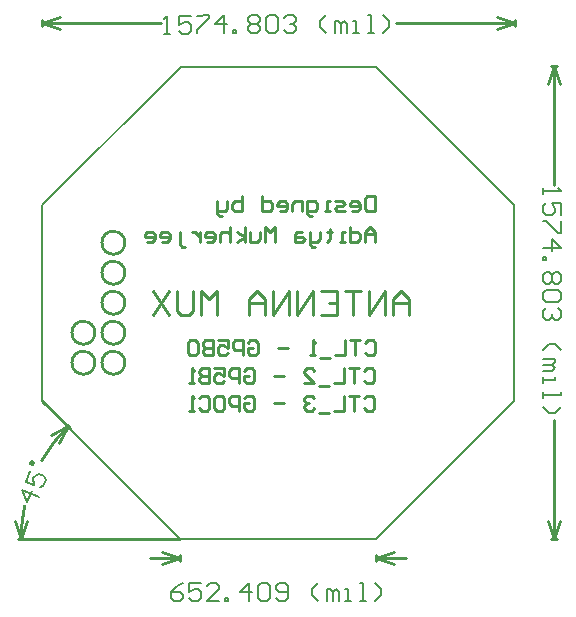
<source format=gbo>
G04 Layer_Color=32896*
%FSLAX44Y44*%
%MOMM*%
G71*
G01*
G75*
%ADD28C,0.2540*%
%ADD29C,0.1270*%
%ADD30C,0.1524*%
D28*
X1244750Y774600D02*
G03*
X1244750Y774600I-9750J0D01*
G01*
Y749200D02*
G03*
X1244750Y749200I-9750J0D01*
G01*
X1270150D02*
G03*
X1270150Y749200I-9750J0D01*
G01*
Y774600D02*
G03*
X1270150Y774600I-9750J0D01*
G01*
Y800000D02*
G03*
X1270150Y800000I-9750J0D01*
G01*
Y825400D02*
G03*
X1270150Y825400I-9750J0D01*
G01*
Y850800D02*
G03*
X1270150Y850800I-9750J0D01*
G01*
X1473753Y765964D02*
X1475869Y768080D01*
X1480101D01*
X1482217Y765964D01*
Y757500D01*
X1480101Y755384D01*
X1475869D01*
X1473753Y757500D01*
X1469521Y768080D02*
X1461057D01*
X1465289D01*
Y755384D01*
X1456825Y768080D02*
Y755384D01*
X1448361D01*
X1444129Y753268D02*
X1435665D01*
X1431434Y755384D02*
X1427202D01*
X1429317D01*
Y768080D01*
X1431434Y765964D01*
X1408158Y761732D02*
X1399694D01*
X1374302Y765964D02*
X1376418Y768080D01*
X1380650D01*
X1382766Y765964D01*
Y757500D01*
X1380650Y755384D01*
X1376418D01*
X1374302Y757500D01*
Y761732D01*
X1378534D01*
X1370070Y755384D02*
Y768080D01*
X1363722D01*
X1361606Y765964D01*
Y761732D01*
X1363722Y759616D01*
X1370070D01*
X1348910Y768080D02*
X1357374D01*
Y761732D01*
X1353142Y763848D01*
X1351026D01*
X1348910Y761732D01*
Y757500D01*
X1351026Y755384D01*
X1355258D01*
X1357374Y757500D01*
X1344678Y768080D02*
Y755384D01*
X1338330D01*
X1336214Y757500D01*
Y759616D01*
X1338330Y761732D01*
X1344678D01*
X1338330D01*
X1336214Y763848D01*
Y765964D01*
X1338330Y768080D01*
X1344678D01*
X1331982Y765964D02*
X1329866Y768080D01*
X1325634D01*
X1323518Y765964D01*
Y757500D01*
X1325634Y755384D01*
X1329866D01*
X1331982Y757500D01*
Y765964D01*
X1472695Y742517D02*
X1474811Y744633D01*
X1479043D01*
X1481159Y742517D01*
Y734053D01*
X1479043Y731937D01*
X1474811D01*
X1472695Y734053D01*
X1468463Y744633D02*
X1459999D01*
X1464231D01*
Y731937D01*
X1455767Y744633D02*
Y731937D01*
X1447303D01*
X1443071Y729821D02*
X1434607D01*
X1421911Y731937D02*
X1430375D01*
X1421911Y740401D01*
Y742517D01*
X1424028Y744633D01*
X1428259D01*
X1430375Y742517D01*
X1404984Y738285D02*
X1396520D01*
X1371128Y742517D02*
X1373244Y744633D01*
X1377476D01*
X1379592Y742517D01*
Y734053D01*
X1377476Y731937D01*
X1373244D01*
X1371128Y734053D01*
Y738285D01*
X1375360D01*
X1366896Y731937D02*
Y744633D01*
X1360548D01*
X1358432Y742517D01*
Y738285D01*
X1360548Y736169D01*
X1366896D01*
X1345736Y744633D02*
X1354200D01*
Y738285D01*
X1349968Y740401D01*
X1347852D01*
X1345736Y738285D01*
Y734053D01*
X1347852Y731937D01*
X1352084D01*
X1354200Y734053D01*
X1341504Y744633D02*
Y731937D01*
X1335156D01*
X1333040Y734053D01*
Y736169D01*
X1335156Y738285D01*
X1341504D01*
X1335156D01*
X1333040Y740401D01*
Y742517D01*
X1335156Y744633D01*
X1341504D01*
X1328808Y731937D02*
X1324576D01*
X1326692D01*
Y744633D01*
X1328808Y742517D01*
X1472695Y719070D02*
X1474811Y721186D01*
X1479043D01*
X1481159Y719070D01*
Y710606D01*
X1479043Y708490D01*
X1474811D01*
X1472695Y710606D01*
X1468463Y721186D02*
X1459999D01*
X1464231D01*
Y708490D01*
X1455767Y721186D02*
Y708490D01*
X1447303D01*
X1443071Y706374D02*
X1434607D01*
X1430375Y719070D02*
X1428259Y721186D01*
X1424028D01*
X1421911Y719070D01*
Y716954D01*
X1424028Y714838D01*
X1426143D01*
X1424028D01*
X1421911Y712722D01*
Y710606D01*
X1424028Y708490D01*
X1428259D01*
X1430375Y710606D01*
X1404984Y714838D02*
X1396520D01*
X1371128Y719070D02*
X1373244Y721186D01*
X1377476D01*
X1379592Y719070D01*
Y710606D01*
X1377476Y708490D01*
X1373244D01*
X1371128Y710606D01*
Y714838D01*
X1375360D01*
X1366896Y708490D02*
Y721186D01*
X1360548D01*
X1358432Y719070D01*
Y714838D01*
X1360548Y712722D01*
X1366896D01*
X1354200Y719070D02*
X1352084Y721186D01*
X1347852D01*
X1345736Y719070D01*
Y710606D01*
X1347852Y708490D01*
X1352084D01*
X1354200Y710606D01*
Y719070D01*
X1333040D02*
X1335156Y721186D01*
X1339388D01*
X1341504Y719070D01*
Y710606D01*
X1339388Y708490D01*
X1335156D01*
X1333040Y710606D01*
X1328808Y708490D02*
X1324576D01*
X1326692D01*
Y721186D01*
X1328808Y719070D01*
X1481709Y889962D02*
Y877266D01*
X1475361D01*
X1473245Y879382D01*
Y887846D01*
X1475361Y889962D01*
X1481709D01*
X1462665Y877266D02*
X1466897D01*
X1469013Y879382D01*
Y883614D01*
X1466897Y885730D01*
X1462665D01*
X1460549Y883614D01*
Y881498D01*
X1469013D01*
X1456317Y877266D02*
X1449969D01*
X1447853Y879382D01*
X1449969Y881498D01*
X1454201D01*
X1456317Y883614D01*
X1454201Y885730D01*
X1447853D01*
X1443621Y877266D02*
X1439389D01*
X1441505D01*
Y885730D01*
X1443621D01*
X1428810Y873034D02*
X1426694D01*
X1424577Y875150D01*
Y885730D01*
X1430925D01*
X1433041Y883614D01*
Y879382D01*
X1430925Y877266D01*
X1424577D01*
X1420345D02*
Y885730D01*
X1413998D01*
X1411882Y883614D01*
Y877266D01*
X1401302D02*
X1405534D01*
X1407650Y879382D01*
Y883614D01*
X1405534Y885730D01*
X1401302D01*
X1399186Y883614D01*
Y881498D01*
X1407650D01*
X1386490Y889962D02*
Y877266D01*
X1392838D01*
X1394954Y879382D01*
Y883614D01*
X1392838Y885730D01*
X1386490D01*
X1369562Y889962D02*
Y877266D01*
X1363214D01*
X1361098Y879382D01*
Y881498D01*
Y883614D01*
X1363214Y885730D01*
X1369562D01*
X1356866D02*
Y879382D01*
X1354750Y877266D01*
X1348402D01*
Y875150D01*
X1350518Y873034D01*
X1352634D01*
X1348402Y877266D02*
Y885730D01*
X1481709Y851703D02*
Y860167D01*
X1477477Y864399D01*
X1473245Y860167D01*
Y851703D01*
Y858051D01*
X1481709D01*
X1460549Y864399D02*
Y851703D01*
X1466897D01*
X1469013Y853819D01*
Y858051D01*
X1466897Y860167D01*
X1460549D01*
X1456317Y851703D02*
X1452085D01*
X1454201D01*
Y860167D01*
X1456317D01*
X1443621Y862283D02*
Y860167D01*
X1445737D01*
X1441505D01*
X1443621D01*
Y853819D01*
X1441505Y851703D01*
X1435157Y860167D02*
Y853819D01*
X1433041Y851703D01*
X1426694D01*
Y849587D01*
X1428810Y847471D01*
X1430925D01*
X1426694Y851703D02*
Y860167D01*
X1420345D02*
X1416114D01*
X1413998Y858051D01*
Y851703D01*
X1420345D01*
X1422462Y853819D01*
X1420345Y855935D01*
X1413998D01*
X1397070Y851703D02*
Y864399D01*
X1392838Y860167D01*
X1388606Y864399D01*
Y851703D01*
X1384374Y860167D02*
Y853819D01*
X1382258Y851703D01*
X1375910D01*
Y860167D01*
X1371678Y851703D02*
Y864399D01*
Y855935D02*
X1365330Y860167D01*
X1371678Y855935D02*
X1365330Y851703D01*
X1358982Y864399D02*
Y851703D01*
Y858051D01*
X1356866Y860167D01*
X1352634D01*
X1350518Y858051D01*
Y851703D01*
X1339938D02*
X1344170D01*
X1346286Y853819D01*
Y858051D01*
X1344170Y860167D01*
X1339938D01*
X1337822Y858051D01*
Y855935D01*
X1346286D01*
X1333590Y860167D02*
Y851703D01*
Y855935D01*
X1331474Y858051D01*
X1329358Y860167D01*
X1327242D01*
X1320894Y847471D02*
X1318779D01*
X1316662Y849587D01*
Y860167D01*
X1301851Y851703D02*
X1306083D01*
X1308199Y853819D01*
Y858051D01*
X1306083Y860167D01*
X1301851D01*
X1299735Y858051D01*
Y855935D01*
X1308199D01*
X1289155Y851703D02*
X1293387D01*
X1295503Y853819D01*
Y858051D01*
X1293387Y860167D01*
X1289155D01*
X1287039Y858051D01*
Y855935D01*
X1295503D01*
X1510411Y789940D02*
Y803482D01*
X1503640Y810253D01*
X1496869Y803482D01*
Y789940D01*
Y800097D01*
X1510411D01*
X1490098Y789940D02*
Y810253D01*
X1476555Y789940D01*
Y810253D01*
X1469784D02*
X1456242D01*
X1463013D01*
Y789940D01*
X1435928Y810253D02*
X1449471D01*
Y789940D01*
X1435928D01*
X1449471Y800097D02*
X1442700D01*
X1429157Y789940D02*
Y810253D01*
X1415615Y789940D01*
Y810253D01*
X1408844Y789940D02*
Y810253D01*
X1395302Y789940D01*
Y810253D01*
X1388530Y789940D02*
Y803482D01*
X1381759Y810253D01*
X1374988Y803482D01*
Y789940D01*
Y800097D01*
X1388530D01*
X1347904Y789940D02*
Y810253D01*
X1341133Y803482D01*
X1334361Y810253D01*
Y789940D01*
X1327590Y810253D02*
Y793326D01*
X1324205Y789940D01*
X1317433D01*
X1314048Y793326D01*
Y810253D01*
X1307277D02*
X1293734Y789940D01*
Y810253D02*
X1307277Y789940D01*
X1185307Y627934D02*
G03*
X1182381Y599940I131885J-27934D01*
G01*
X1221866Y695326D02*
G03*
X1199881Y666424I95326J-95326D01*
G01*
X1179841Y599939D02*
X1317192Y600000D01*
X1200000Y717192D02*
X1223662Y693530D01*
X1182381Y599940D02*
X1187454Y615182D01*
X1177294Y615177D02*
X1182381Y599940D01*
X1207498Y688142D02*
X1221866Y695326D01*
X1214682Y680957D02*
X1221866Y695326D01*
X1600267Y1039726D02*
X1600269Y1034646D01*
X1200267Y1039582D02*
X1200269Y1034502D01*
X1585030Y1032101D02*
X1600268Y1037186D01*
X1585026Y1042261D02*
X1600268Y1037186D01*
X1200268Y1037042D02*
X1215510Y1031968D01*
X1200268Y1037042D02*
X1215506Y1042128D01*
X1499551Y1037150D02*
X1600268Y1037186D01*
X1200268Y1037042D02*
X1300985Y1037079D01*
X1482829Y581152D02*
Y586232D01*
X1317117Y581152D02*
Y586232D01*
X1482829Y583692D02*
X1498069Y578612D01*
X1482829Y583692D02*
X1498069Y588772D01*
X1301877Y578612D02*
X1317117Y583692D01*
X1301877Y588772D02*
X1317117Y583692D01*
X1482829D02*
X1508229D01*
X1291717D02*
X1317117D01*
X1630940Y600125D02*
X1636020Y600125D01*
X1630934Y1000125D02*
X1636014Y1000125D01*
X1628400Y615365D02*
X1633480Y600125D01*
X1638560Y615365D01*
X1628394Y984885D02*
X1633474Y1000125D01*
X1638554Y984885D01*
X1633479Y700842D02*
X1633480Y600125D01*
X1633474Y1000125D02*
X1633475Y899408D01*
D29*
X1200000Y717192D02*
Y882754D01*
X1317246Y1000000D01*
X1482898D01*
X1600000Y882898D01*
Y717096D02*
Y882898D01*
X1482904Y600000D02*
X1600000Y717096D01*
X1317192Y600000D02*
X1482904D01*
X1200000Y717192D02*
X1317192Y600000D01*
D30*
X1197300Y635613D02*
X1183223Y641440D01*
X1187348Y631488D01*
X1191232Y640872D01*
X1190021Y657863D02*
X1186136Y648478D01*
X1193175Y645565D01*
X1192771Y651228D01*
X1193742Y653574D01*
X1197059Y654949D01*
X1201752Y653007D01*
X1203127Y649689D01*
X1201184Y644997D01*
X1197867Y643622D01*
X1191959Y662557D02*
X1189613Y663528D01*
X1190584Y665874D01*
X1192930Y664903D01*
X1191959Y662557D01*
X1303528Y1027938D02*
X1308606Y1027940D01*
X1306067Y1027939D01*
X1306062Y1043174D01*
X1303523Y1040634D01*
X1326375Y1043181D02*
X1316218Y1043178D01*
X1316221Y1035560D01*
X1321299Y1038101D01*
X1323838Y1038102D01*
X1326378Y1035564D01*
X1326380Y1030485D01*
X1323841Y1027945D01*
X1318763Y1027943D01*
X1316223Y1030482D01*
X1331454Y1043183D02*
X1341610Y1043187D01*
X1341611Y1040648D01*
X1331458Y1030487D01*
X1331459Y1027948D01*
X1354312Y1027956D02*
X1354306Y1043191D01*
X1346691Y1035571D01*
X1356848Y1035575D01*
X1361929Y1027959D02*
X1361928Y1030498D01*
X1364467Y1030499D01*
X1364468Y1027960D01*
X1361929Y1027959D01*
X1374620Y1040659D02*
X1377159Y1043200D01*
X1382237Y1043201D01*
X1384777Y1040663D01*
X1384778Y1038124D01*
X1382240Y1035584D01*
X1384780Y1033046D01*
X1384781Y1030506D01*
X1382242Y1027966D01*
X1377164Y1027964D01*
X1374624Y1030503D01*
X1374623Y1033042D01*
X1377161Y1035582D01*
X1374621Y1038120D01*
X1374620Y1040659D01*
X1377161Y1035582D02*
X1382240Y1035584D01*
X1389855Y1040665D02*
X1392394Y1043205D01*
X1397472Y1043207D01*
X1400012Y1040669D01*
X1400016Y1030512D01*
X1397478Y1027972D01*
X1392399Y1027970D01*
X1389859Y1030508D01*
X1389855Y1040665D01*
X1405091Y1040670D02*
X1407629Y1043211D01*
X1412707Y1043212D01*
X1415247Y1040674D01*
X1415248Y1038135D01*
X1412710Y1035595D01*
X1410171Y1035594D01*
X1412710Y1035595D01*
X1415250Y1033057D01*
X1415251Y1030517D01*
X1412713Y1027977D01*
X1407634Y1027975D01*
X1405094Y1030514D01*
X1440644Y1027987D02*
X1435563Y1033064D01*
X1435562Y1038142D01*
X1440638Y1043222D01*
X1448261Y1027990D02*
X1448257Y1038147D01*
X1450797Y1038148D01*
X1453337Y1035610D01*
X1453340Y1027992D01*
X1453337Y1035610D01*
X1455875Y1038150D01*
X1458415Y1035611D01*
X1458418Y1027994D01*
X1463496Y1027996D02*
X1468575Y1027997D01*
X1466035Y1027997D01*
X1466032Y1038153D01*
X1463493Y1038152D01*
X1476192Y1028000D02*
X1481270Y1028002D01*
X1478731Y1028001D01*
X1478726Y1043236D01*
X1476187Y1043235D01*
X1488888Y1028005D02*
X1493965Y1033085D01*
X1493963Y1038163D01*
X1488882Y1043240D01*
X1319734Y562361D02*
X1314656Y559822D01*
X1309578Y554743D01*
Y549665D01*
X1312117Y547126D01*
X1317195D01*
X1319734Y549665D01*
Y552204D01*
X1317195Y554743D01*
X1309578D01*
X1334970Y562361D02*
X1324813D01*
Y554743D01*
X1329891Y557283D01*
X1332430D01*
X1334970Y554743D01*
Y549665D01*
X1332430Y547126D01*
X1327352D01*
X1324813Y549665D01*
X1350205Y547126D02*
X1340048D01*
X1350205Y557283D01*
Y559822D01*
X1347666Y562361D01*
X1342587D01*
X1340048Y559822D01*
X1355283Y547126D02*
Y549665D01*
X1357822D01*
Y547126D01*
X1355283D01*
X1375596D02*
Y562361D01*
X1367979Y554743D01*
X1378136D01*
X1383214Y559822D02*
X1385753Y562361D01*
X1390831D01*
X1393371Y559822D01*
Y549665D01*
X1390831Y547126D01*
X1385753D01*
X1383214Y549665D01*
Y559822D01*
X1398449Y549665D02*
X1400988Y547126D01*
X1406067D01*
X1408606Y549665D01*
Y559822D01*
X1406067Y562361D01*
X1400988D01*
X1398449Y559822D01*
Y557283D01*
X1400988Y554743D01*
X1408606D01*
X1433997Y547126D02*
X1428919Y552204D01*
Y557283D01*
X1433997Y562361D01*
X1441615Y547126D02*
Y557283D01*
X1444154D01*
X1446693Y554743D01*
Y547126D01*
Y554743D01*
X1449233Y557283D01*
X1451772Y554743D01*
Y547126D01*
X1456850D02*
X1461929D01*
X1459389D01*
Y557283D01*
X1456850D01*
X1469546Y547126D02*
X1474624D01*
X1472085D01*
Y562361D01*
X1469546D01*
X1482242Y547126D02*
X1487320Y552204D01*
Y557283D01*
X1482242Y562361D01*
X1624334Y896868D02*
X1624334Y891790D01*
X1624334Y894329D01*
X1639569Y894329D01*
X1637030Y896868D01*
X1639569Y874016D02*
X1639569Y884172D01*
X1631952Y884172D01*
X1634491Y879094D01*
X1634491Y876555D01*
X1631952Y874016D01*
X1626873Y874016D01*
X1624334Y876555D01*
X1624334Y881633D01*
X1626873Y884172D01*
X1639570Y868937D02*
X1639570Y858781D01*
X1637030Y858781D01*
X1626874Y868937D01*
X1624334Y868937D01*
X1624335Y846085D02*
X1639570Y846085D01*
X1631952Y853702D01*
X1631952Y843545D01*
X1624335Y838467D02*
X1626874Y838467D01*
X1626874Y835928D01*
X1624335Y835928D01*
X1624335Y838467D01*
X1637031Y825771D02*
X1639570Y823232D01*
X1639570Y818154D01*
X1637031Y815614D01*
X1634492Y815614D01*
X1631953Y818154D01*
X1629414Y815614D01*
X1626874Y815614D01*
X1624335Y818154D01*
X1624335Y823232D01*
X1626874Y825771D01*
X1629413Y825771D01*
X1631953Y823232D01*
X1634492Y825771D01*
X1637031Y825771D01*
X1631953Y823232D02*
X1631953Y818154D01*
X1637031Y810536D02*
X1639570Y807997D01*
X1639570Y802919D01*
X1637031Y800379D01*
X1626875Y800379D01*
X1624335Y802918D01*
X1624335Y807997D01*
X1626875Y810536D01*
X1637031Y810536D01*
X1637031Y795301D02*
X1639571Y792762D01*
X1639571Y787684D01*
X1637032Y785144D01*
X1634492Y785144D01*
X1631953Y787683D01*
X1631953Y790223D01*
X1631953Y787683D01*
X1629414Y785144D01*
X1626875Y785144D01*
X1624336Y787683D01*
X1624336Y792762D01*
X1626875Y795301D01*
X1624336Y759752D02*
X1629414Y764831D01*
X1634493Y764831D01*
X1639571Y759753D01*
X1624336Y752135D02*
X1634493Y752135D01*
X1634493Y749596D01*
X1631954Y747057D01*
X1624336Y747057D01*
X1631954Y747057D01*
X1634493Y744518D01*
X1631954Y741978D01*
X1624336Y741978D01*
X1624336Y736900D02*
X1624337Y731822D01*
X1624337Y734361D01*
X1634493Y734361D01*
X1634493Y736900D01*
X1624337Y724204D02*
X1624337Y719126D01*
X1624337Y721665D01*
X1639572Y721665D01*
X1639572Y724204D01*
X1624337Y711508D02*
X1629415Y706430D01*
X1634494Y706430D01*
X1639572Y711508D01*
M02*

</source>
